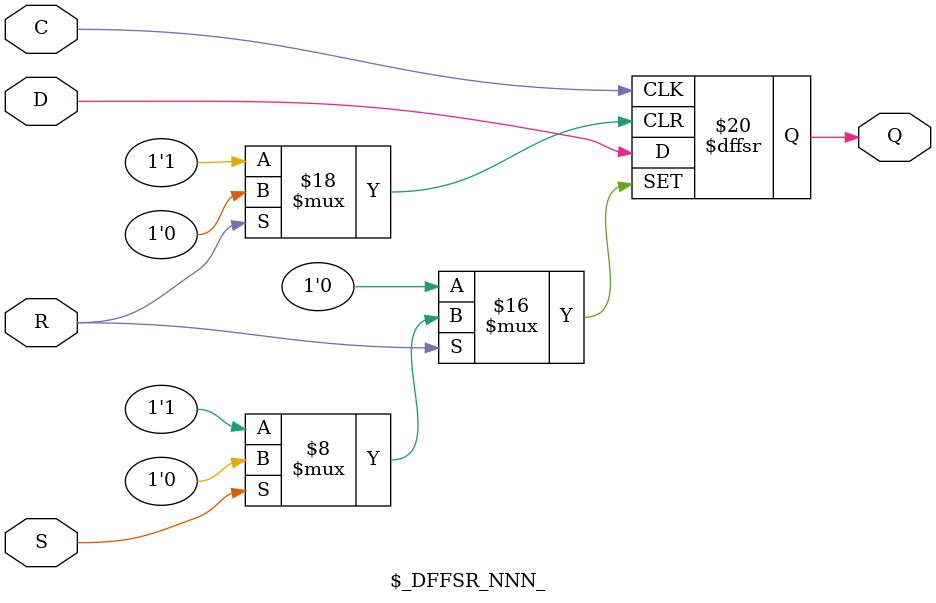
<source format=v>

module \$_DFFSR_NNN_ (C, S, R, D, Q);
input C, S, R, D;
output reg Q;
always @(negedge C, negedge S, negedge R) begin
	if (R == 0)
		Q <= 0;
	else if (S == 0)
		Q <= 1;
	else
		Q <= D;
end
endmodule

</source>
